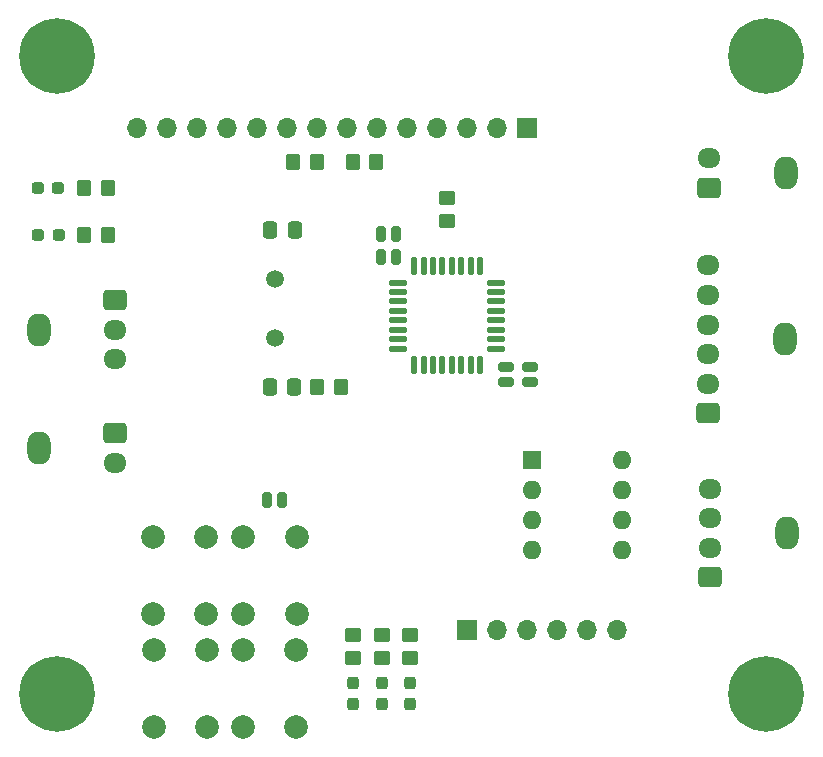
<source format=gts>
G04 #@! TF.GenerationSoftware,KiCad,Pcbnew,(6.0.8-1)-1*
G04 #@! TF.CreationDate,2023-04-27T22:08:01+09:00*
G04 #@! TF.ProjectId,ikako_f303,696b616b-6f5f-4663-9330-332e6b696361,rev?*
G04 #@! TF.SameCoordinates,Original*
G04 #@! TF.FileFunction,Soldermask,Top*
G04 #@! TF.FilePolarity,Negative*
%FSLAX46Y46*%
G04 Gerber Fmt 4.6, Leading zero omitted, Abs format (unit mm)*
G04 Created by KiCad (PCBNEW (6.0.8-1)-1) date 2023-04-27 22:08:01*
%MOMM*%
%LPD*%
G01*
G04 APERTURE LIST*
G04 Aperture macros list*
%AMRoundRect*
0 Rectangle with rounded corners*
0 $1 Rounding radius*
0 $2 $3 $4 $5 $6 $7 $8 $9 X,Y pos of 4 corners*
0 Add a 4 corners polygon primitive as box body*
4,1,4,$2,$3,$4,$5,$6,$7,$8,$9,$2,$3,0*
0 Add four circle primitives for the rounded corners*
1,1,$1+$1,$2,$3*
1,1,$1+$1,$4,$5*
1,1,$1+$1,$6,$7*
1,1,$1+$1,$8,$9*
0 Add four rect primitives between the rounded corners*
20,1,$1+$1,$2,$3,$4,$5,0*
20,1,$1+$1,$4,$5,$6,$7,0*
20,1,$1+$1,$6,$7,$8,$9,0*
20,1,$1+$1,$8,$9,$2,$3,0*%
G04 Aperture macros list end*
%ADD10RoundRect,0.250000X-0.450000X0.350000X-0.450000X-0.350000X0.450000X-0.350000X0.450000X0.350000X0*%
%ADD11RoundRect,0.250000X0.337500X0.475000X-0.337500X0.475000X-0.337500X-0.475000X0.337500X-0.475000X0*%
%ADD12C,1.500000*%
%ADD13RoundRect,0.237500X0.237500X-0.287500X0.237500X0.287500X-0.237500X0.287500X-0.237500X-0.287500X0*%
%ADD14C,2.000000*%
%ADD15C,0.800000*%
%ADD16C,6.400000*%
%ADD17RoundRect,0.208750X0.208750X0.431250X-0.208750X0.431250X-0.208750X-0.431250X0.208750X-0.431250X0*%
%ADD18R,1.700000X1.700000*%
%ADD19O,1.700000X1.700000*%
%ADD20RoundRect,0.237500X-0.287500X-0.237500X0.287500X-0.237500X0.287500X0.237500X-0.287500X0.237500X0*%
%ADD21RoundRect,0.250000X-0.350000X-0.450000X0.350000X-0.450000X0.350000X0.450000X-0.350000X0.450000X0*%
%ADD22RoundRect,0.250000X0.350000X0.450000X-0.350000X0.450000X-0.350000X-0.450000X0.350000X-0.450000X0*%
%ADD23R,1.600000X1.600000*%
%ADD24O,1.600000X1.600000*%
%ADD25O,2.000000X2.800000*%
%ADD26RoundRect,0.250000X0.725000X-0.600000X0.725000X0.600000X-0.725000X0.600000X-0.725000X-0.600000X0*%
%ADD27O,1.950000X1.700000*%
%ADD28RoundRect,0.125000X-0.625000X-0.125000X0.625000X-0.125000X0.625000X0.125000X-0.625000X0.125000X0*%
%ADD29RoundRect,0.125000X-0.125000X-0.625000X0.125000X-0.625000X0.125000X0.625000X-0.125000X0.625000X0*%
%ADD30RoundRect,0.250000X-0.725000X0.600000X-0.725000X-0.600000X0.725000X-0.600000X0.725000X0.600000X0*%
%ADD31RoundRect,0.208750X-0.431250X0.208750X-0.431250X-0.208750X0.431250X-0.208750X0.431250X0.208750X0*%
G04 APERTURE END LIST*
D10*
X153000000Y-64000000D03*
X153000000Y-66000000D03*
D11*
X140092960Y-66745310D03*
X138017960Y-66745310D03*
D12*
X138395000Y-75865000D03*
X138395000Y-70865000D03*
D13*
X145000000Y-106875000D03*
X145000000Y-105125000D03*
D14*
X135750000Y-99250000D03*
X135750000Y-92750000D03*
X140250000Y-92750000D03*
X140250000Y-99250000D03*
D15*
X120000000Y-108400000D03*
X121697056Y-104302944D03*
D16*
X120000000Y-106000000D03*
D15*
X117600000Y-106000000D03*
X118302944Y-107697056D03*
X121697056Y-107697056D03*
X120000000Y-103600000D03*
X118302944Y-104302944D03*
X122400000Y-106000000D03*
D17*
X148646317Y-67104844D03*
X147391317Y-67104844D03*
D14*
X128162325Y-108839916D03*
X128162325Y-102339916D03*
X132662325Y-102339916D03*
X132662325Y-108839916D03*
D18*
X154675000Y-100600000D03*
D19*
X157215000Y-100600000D03*
X159755000Y-100600000D03*
X162295000Y-100600000D03*
X164835000Y-100600000D03*
X167375000Y-100600000D03*
D20*
X118328521Y-63201280D03*
X120078521Y-63201280D03*
D10*
X145000000Y-101000000D03*
X145000000Y-103000000D03*
D21*
X145000000Y-61000000D03*
X147000000Y-61000000D03*
D13*
X147467304Y-106875000D03*
X147467304Y-105125000D03*
D10*
X149842304Y-101000000D03*
X149842304Y-103000000D03*
D22*
X124255492Y-63200000D03*
X122255492Y-63200000D03*
D11*
X140037500Y-80000000D03*
X137962500Y-80000000D03*
D23*
X160200000Y-86200000D03*
D24*
X160200000Y-88740000D03*
X160200000Y-91280000D03*
X160200000Y-93820000D03*
X167820000Y-93820000D03*
X167820000Y-91280000D03*
X167820000Y-88740000D03*
X167820000Y-86200000D03*
D17*
X139039825Y-89589916D03*
X137784825Y-89589916D03*
D15*
X178302944Y-53697056D03*
X178302944Y-50302944D03*
X177600000Y-52000000D03*
X181697056Y-53697056D03*
X181697056Y-50302944D03*
D16*
X180000000Y-52000000D03*
D15*
X180000000Y-54400000D03*
X180000000Y-49600000D03*
X182400000Y-52000000D03*
D25*
X181653666Y-61914460D03*
D26*
X175153666Y-63164460D03*
D27*
X175153666Y-60664460D03*
D18*
X159749606Y-58097860D03*
D19*
X157209606Y-58097860D03*
X154669606Y-58097860D03*
X152129606Y-58097860D03*
X149589606Y-58097860D03*
X147049606Y-58097860D03*
X144509606Y-58097860D03*
X141969606Y-58097860D03*
X139429606Y-58097860D03*
X136889606Y-58097860D03*
X134349606Y-58097860D03*
X131809606Y-58097860D03*
X129269606Y-58097860D03*
X126729606Y-58097860D03*
D28*
X148825000Y-71200000D03*
X148825000Y-72000000D03*
X148825000Y-72800000D03*
X148825000Y-73600000D03*
X148825000Y-74400000D03*
X148825000Y-75200000D03*
X148825000Y-76000000D03*
X148825000Y-76800000D03*
D29*
X150200000Y-78175000D03*
X151000000Y-78175000D03*
X151800000Y-78175000D03*
X152600000Y-78175000D03*
X153400000Y-78175000D03*
X154200000Y-78175000D03*
X155000000Y-78175000D03*
X155800000Y-78175000D03*
D28*
X157175000Y-76800000D03*
X157175000Y-76000000D03*
X157175000Y-75200000D03*
X157175000Y-74400000D03*
X157175000Y-73600000D03*
X157175000Y-72800000D03*
X157175000Y-72000000D03*
X157175000Y-71200000D03*
D29*
X155800000Y-69825000D03*
X155000000Y-69825000D03*
X154200000Y-69825000D03*
X153400000Y-69825000D03*
X152600000Y-69825000D03*
X151800000Y-69825000D03*
X151000000Y-69825000D03*
X150200000Y-69825000D03*
D25*
X181756007Y-92411992D03*
D26*
X175256007Y-96161992D03*
D27*
X175256007Y-93661992D03*
X175256007Y-91161992D03*
X175256007Y-88661992D03*
D22*
X124255492Y-67200000D03*
X122255492Y-67200000D03*
D14*
X135737878Y-102313241D03*
X135737878Y-108813241D03*
X140237878Y-102313241D03*
X140237878Y-108813241D03*
D15*
X180000000Y-108400000D03*
X181697056Y-107697056D03*
X182400000Y-106000000D03*
X180000000Y-103600000D03*
X181697056Y-104302944D03*
X177600000Y-106000000D03*
X178302944Y-107697056D03*
X178302944Y-104302944D03*
D16*
X180000000Y-106000000D03*
D22*
X144000000Y-80000000D03*
X142000000Y-80000000D03*
D10*
X147467304Y-101000000D03*
X147467304Y-103000000D03*
D25*
X118400000Y-75200000D03*
D30*
X124900000Y-72700000D03*
D27*
X124900000Y-75200000D03*
X124900000Y-77700000D03*
D31*
X160000000Y-78372500D03*
X160000000Y-79627500D03*
D17*
X148627500Y-69000000D03*
X147372500Y-69000000D03*
D15*
X118302944Y-50302944D03*
X118302944Y-53697056D03*
X122400000Y-52000000D03*
D16*
X120000000Y-52000000D03*
D15*
X120000000Y-49600000D03*
X117600000Y-52000000D03*
X121697056Y-50302944D03*
X120000000Y-54400000D03*
X121697056Y-53697056D03*
D13*
X149842304Y-106875000D03*
X149842304Y-105125000D03*
D25*
X181600000Y-76000000D03*
D26*
X175100000Y-82250000D03*
D27*
X175100000Y-79750000D03*
X175100000Y-77250000D03*
X175100000Y-74750000D03*
X175100000Y-72250000D03*
X175100000Y-69750000D03*
D20*
X118343711Y-67200000D03*
X120093711Y-67200000D03*
D21*
X139966094Y-61021829D03*
X141966094Y-61021829D03*
D14*
X128117548Y-99242906D03*
X128117548Y-92742906D03*
X132617548Y-99242906D03*
X132617548Y-92742906D03*
D31*
X158000000Y-78372500D03*
X158000000Y-79627500D03*
D25*
X118400000Y-85200000D03*
D30*
X124900000Y-83950000D03*
D27*
X124900000Y-86450000D03*
M02*

</source>
